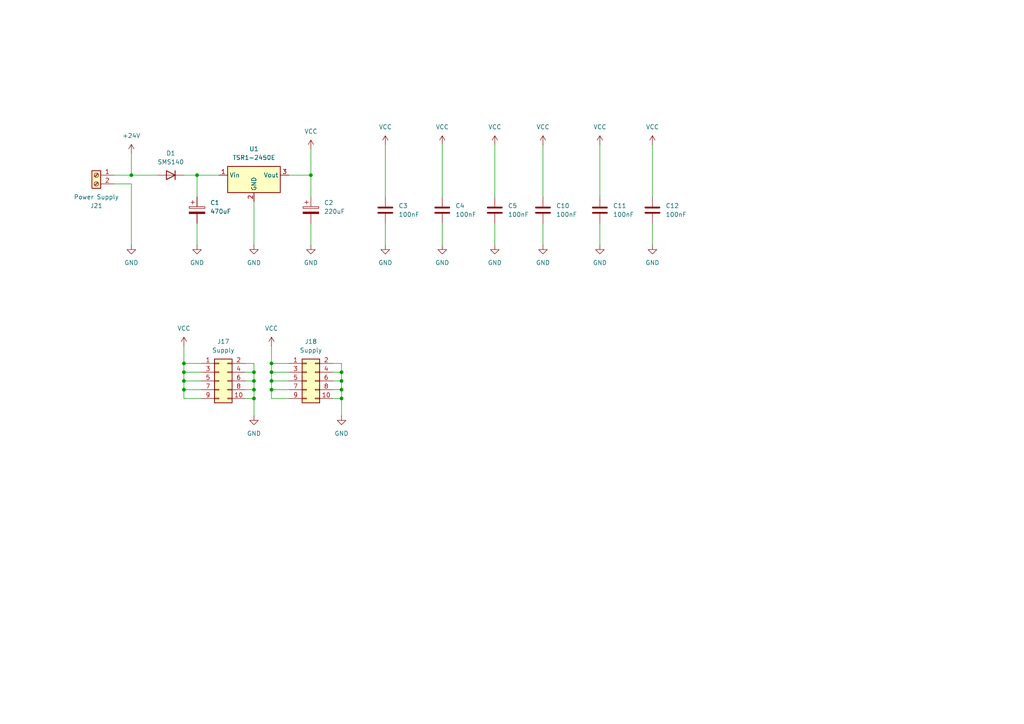
<source format=kicad_sch>
(kicad_sch (version 20231120) (generator "eeschema") (generator_version "8.0")
  (paper "A4")
  (lib_symbols
    (symbol "Connector:Screw_Terminal_01x02" (pin_names (offset 1.016) hide)
      (property "Reference" "J" (at 0 2.54 0))
      (property "Value" "Screw_Terminal_01x02" (at 0 -5.08 0))
      (symbol "Screw_Terminal_01x02_1_1"
        (rectangle (start -1.27 1.27) (end 1.27 -3.81) (stroke (width 0.254)) (fill (type background)))
        (circle (center 0 -2.54) (radius 0.635) (stroke (width 0.1524)))
        (polyline (pts (xy -0.5334 -2.2098) (xy 0.3302 -3.048)) (stroke (width 0.1524)))
        (polyline (pts (xy -0.5334 0.3302) (xy 0.3302 -0.508)) (stroke (width 0.1524)))
        (polyline (pts (xy -0.3556 -2.032) (xy 0.508 -2.8702)) (stroke (width 0.1524)))
        (polyline (pts (xy -0.3556 0.508) (xy 0.508 -0.3302)) (stroke (width 0.1524)))
        (circle (center 0 0) (radius 0.635) (stroke (width 0.1524)))
        (pin passive line (at -5.08 0 0) (length 3.81) (name "Pin_1") (number "1"))
        (pin passive line (at -5.08 -2.54 0) (length 3.81) (name "Pin_2") (number "2"))
      )
    )
    (symbol "Connector_Generic:Conn_02x05_Odd_Even" (pin_names (offset 1.016) hide)
      (property "Reference" "J" (at 1.27 7.62 0))
      (property "Value" "Conn_02x05_Odd_Even" (at 1.27 -7.62 0))
      (symbol "Conn_02x05_Odd_Even_1_1"
        (rectangle (start -1.27 -4.953) (end 0 -5.207) (stroke (width 0.1524)))
        (rectangle (start -1.27 -2.413) (end 0 -2.667) (stroke (width 0.1524)))
        (rectangle (start -1.27 0.127) (end 0 -0.127) (stroke (width 0.1524)))
        (rectangle (start -1.27 2.667) (end 0 2.413) (stroke (width 0.1524)))
        (rectangle (start -1.27 5.207) (end 0 4.953) (stroke (width 0.1524)))
        (rectangle (start -1.27 6.35) (end 3.81 -6.35) (stroke (width 0.254)) (fill (type background)))
        (rectangle (start 3.81 -4.953) (end 2.54 -5.207) (stroke (width 0.1524)))
        (rectangle (start 3.81 -2.413) (end 2.54 -2.667) (stroke (width 0.1524)))
        (rectangle (start 3.81 0.127) (end 2.54 -0.127) (stroke (width 0.1524)))
        (rectangle (start 3.81 2.667) (end 2.54 2.413) (stroke (width 0.1524)))
        (rectangle (start 3.81 5.207) (end 2.54 4.953) (stroke (width 0.1524)))
        (pin passive line (at -5.08 5.08 0) (length 3.81) (name "Pin_1") (number "1"))
        (pin passive line (at 7.62 -5.08 180) (length 3.81) (name "Pin_10") (number "10"))
        (pin passive line (at 7.62 5.08 180) (length 3.81) (name "Pin_2") (number "2"))
        (pin passive line (at -5.08 2.54 0) (length 3.81) (name "Pin_3") (number "3"))
        (pin passive line (at 7.62 2.54 180) (length 3.81) (name "Pin_4") (number "4"))
        (pin passive line (at -5.08 0 0) (length 3.81) (name "Pin_5") (number "5"))
        (pin passive line (at 7.62 0 180) (length 3.81) (name "Pin_6") (number "6"))
        (pin passive line (at -5.08 -2.54 0) (length 3.81) (name "Pin_7") (number "7"))
        (pin passive line (at 7.62 -2.54 180) (length 3.81) (name "Pin_8") (number "8"))
        (pin passive line (at -5.08 -5.08 0) (length 3.81) (name "Pin_9") (number "9"))
      )
    )
    (symbol "Device:C" (pin_numbers hide) (pin_names (offset 0.254))
      (property "Reference" "C" (at 0.635 2.54 0))
      (property "Value" "C" (at 0.635 -2.54 0))
      (symbol "C_0_1"
        (polyline (pts (xy -2.032 -0.762) (xy 2.032 -0.762)) (stroke (width 0.508)))
        (polyline (pts (xy -2.032 0.762) (xy 2.032 0.762)) (stroke (width 0.508)))
      )
      (symbol "C_1_1"
        (pin passive line (at 0 3.81 270) (length 2.794) (name "~") (number "1"))
        (pin passive line (at 0 -3.81 90) (length 2.794) (name "~") (number "2"))
      )
    )
    (symbol "Device:C_Polarized" (pin_numbers hide) (pin_names (offset 0.254))
      (property "Reference" "C" (at 0.635 2.54 0))
      (property "Value" "C_Polarized" (at 0.635 -2.54 0))
      (symbol "C_Polarized_0_1"
        (rectangle (start -2.286 0.508) (end 2.286 1.016))
        (polyline (pts (xy -1.778 2.286) (xy -0.762 2.286)))
        (polyline (pts (xy -1.27 2.794) (xy -1.27 1.778)))
        (rectangle (start 2.286 -0.508) (end -2.286 -1.016) (fill (type outline)))
      )
      (symbol "C_Polarized_1_1"
        (pin passive line (at 0 3.81 270) (length 2.794) (name "~") (number "1"))
        (pin passive line (at 0 -3.81 90) (length 2.794) (name "~") (number "2"))
      )
    )
    (symbol "Device:D" (pin_numbers hide) (pin_names (offset 1.016) hide)
      (property "Reference" "D" (at 0 2.54 0))
      (property "Value" "D" (at 0 -2.54 0))
      (symbol "D_0_1"
        (polyline (pts (xy -1.27 1.27) (xy -1.27 -1.27)) (stroke (width 0.254)))
        (polyline (pts (xy 1.27 0) (xy -1.27 0)))
        (polyline (pts (xy 1.27 1.27) (xy 1.27 -1.27) (xy -1.27 0) (xy 1.27 1.27)) (stroke (width 0.254)))
      )
      (symbol "D_1_1"
        (pin passive line (at -3.81 0 0) (length 2.54) (name "K") (number "1"))
        (pin passive line (at 3.81 0 180) (length 2.54) (name "A") (number "2"))
      )
    )
    (symbol "Regulator_Switching:TSR1-2450E"
      (property "Reference" "U" (at -7.62 6.35 0))
      (property "Value" "TSR1-2450E" (at -3.81 6.35 0))
      (symbol "TSR1-2450E_0_1"
        (rectangle (start -7.62 5.08) (end 7.62 -2.54) (stroke (width 0.254)) (fill (type background)))
      )
      (symbol "TSR1-2450E_1_1"
        (pin power_in line (at -10.16 2.54 0) (length 2.54) (name "Vin") (number "1"))
        (pin power_in line (at 0 -5.08 90) (length 2.54) (name "GND") (number "2"))
        (pin power_out line (at 10.16 2.54 180) (length 2.54) (name "Vout") (number "3"))
      )
    )
    (symbol "power:+24V" (power) (pin_numbers hide) (pin_names (offset 0) hide)
      (property "Value" "+24V" (at 0 3.556 0))
      (symbol "+24V_0_1"
        (polyline (pts (xy -0.762 1.27) (xy 0 2.54)))
        (polyline (pts (xy 0 0) (xy 0 2.54)))
        (polyline (pts (xy 0 2.54) (xy 0.762 1.27)))
      )
      (symbol "+24V_1_1"
        (pin power_in line (at 0 0 90) (length 0) (name "~") (number "1"))
      )
    )
    (symbol "power:GND" (power) (pin_numbers hide) (pin_names (offset 0) hide)
      (property "Value" "GND" (at 0 -3.81 0))
      (symbol "GND_0_1"
        (polyline (pts (xy 0 0) (xy 0 -1.27) (xy 1.27 -1.27) (xy 0 -2.54) (xy -1.27 -1.27) (xy 0 -1.27)))
      )
      (symbol "GND_1_1"
        (pin power_in line (at 0 0 270) (length 0) (name "~") (number "1"))
      )
    )
    (symbol "power:VCC" (power) (pin_numbers hide) (pin_names (offset 0) hide)
      (property "Value" "VCC" (at 0 3.556 0))
      (symbol "VCC_0_1"
        (polyline (pts (xy -0.762 1.27) (xy 0 2.54)))
        (polyline (pts (xy 0 0) (xy 0 2.54)))
        (polyline (pts (xy 0 2.54) (xy 0.762 1.27)))
      )
      (symbol "VCC_1_1"
        (pin power_in line (at 0 0 90) (length 0) (name "~") (number "1"))
      )
    )
  )
  (junction (at 53.34 110.49))
  (junction (at 99.06 113.03))
  (junction (at 73.66 110.49))
  (junction (at 78.74 113.03))
  (junction (at 73.66 113.03))
  (junction (at 78.74 107.95))
  (junction (at 73.66 107.95))
  (junction (at 99.06 110.49))
  (junction (at 78.74 105.41))
  (junction (at 57.15 50.8))
  (junction (at 53.34 105.41))
  (junction (at 38.1 50.8))
  (junction (at 99.06 115.57))
  (junction (at 78.74 110.49))
  (junction (at 53.34 107.95))
  (junction (at 90.17 50.8))
  (junction (at 99.06 107.95))
  (junction (at 53.34 113.03))
  (junction (at 73.66 115.57))
  (wire (pts (xy 53.34 105.41) (xy 53.34 100.33)))
  (wire (pts (xy 96.52 110.49) (xy 99.06 110.49)))
  (wire (pts (xy 73.66 105.41) (xy 71.12 105.41)))
  (wire (pts (xy 57.15 64.77) (xy 57.15 71.12)))
  (wire (pts (xy 53.34 110.49) (xy 58.42 110.49)))
  (wire (pts (xy 33.02 53.34) (xy 38.1 53.34)))
  (wire (pts (xy 33.02 50.8) (xy 38.1 50.8)))
  (wire (pts (xy 53.34 113.03) (xy 53.34 110.49)))
  (wire (pts (xy 38.1 44.45) (xy 38.1 50.8)))
  (wire (pts (xy 96.52 107.95) (xy 99.06 107.95)))
  (wire (pts (xy 73.66 107.95) (xy 73.66 105.41)))
  (wire (pts (xy 99.06 113.03) (xy 99.06 110.49)))
  (wire (pts (xy 78.74 113.03) (xy 78.74 110.49)))
  (wire (pts (xy 83.82 115.57) (xy 78.74 115.57)))
  (wire (pts (xy 111.76 64.77) (xy 111.76 71.12)))
  (wire (pts (xy 78.74 110.49) (xy 78.74 107.95)))
  (wire (pts (xy 83.82 50.8) (xy 90.17 50.8)))
  (wire (pts (xy 53.34 107.95) (xy 53.34 105.41)))
  (wire (pts (xy 78.74 105.41) (xy 78.74 100.33)))
  (wire (pts (xy 111.76 41.91) (xy 111.76 57.15)))
  (wire (pts (xy 90.17 50.8) (xy 90.17 57.15)))
  (wire (pts (xy 128.27 41.91) (xy 128.27 57.15)))
  (wire (pts (xy 99.06 115.57) (xy 99.06 113.03)))
  (wire (pts (xy 58.42 115.57) (xy 53.34 115.57)))
  (wire (pts (xy 78.74 107.95) (xy 78.74 105.41)))
  (wire (pts (xy 71.12 110.49) (xy 73.66 110.49)))
  (wire (pts (xy 96.52 115.57) (xy 99.06 115.57)))
  (wire (pts (xy 143.51 41.91) (xy 143.51 57.15)))
  (wire (pts (xy 73.66 110.49) (xy 73.66 107.95)))
  (wire (pts (xy 99.06 120.65) (xy 99.06 115.57)))
  (wire (pts (xy 53.34 105.41) (xy 58.42 105.41)))
  (wire (pts (xy 173.99 41.91) (xy 173.99 57.15)))
  (wire (pts (xy 189.23 41.91) (xy 189.23 57.15)))
  (wire (pts (xy 99.06 107.95) (xy 99.06 105.41)))
  (wire (pts (xy 53.34 113.03) (xy 58.42 113.03)))
  (wire (pts (xy 53.34 50.8) (xy 57.15 50.8)))
  (wire (pts (xy 57.15 50.8) (xy 57.15 57.15)))
  (wire (pts (xy 78.74 115.57) (xy 78.74 113.03)))
  (wire (pts (xy 99.06 105.41) (xy 96.52 105.41)))
  (wire (pts (xy 73.66 120.65) (xy 73.66 115.57)))
  (wire (pts (xy 73.66 115.57) (xy 73.66 113.03)))
  (wire (pts (xy 53.34 115.57) (xy 53.34 113.03)))
  (wire (pts (xy 128.27 64.77) (xy 128.27 71.12)))
  (wire (pts (xy 57.15 50.8) (xy 63.5 50.8)))
  (wire (pts (xy 173.99 64.77) (xy 173.99 71.12)))
  (wire (pts (xy 38.1 53.34) (xy 38.1 71.12)))
  (wire (pts (xy 71.12 113.03) (xy 73.66 113.03)))
  (wire (pts (xy 143.51 64.77) (xy 143.51 71.12)))
  (wire (pts (xy 53.34 107.95) (xy 58.42 107.95)))
  (wire (pts (xy 99.06 110.49) (xy 99.06 107.95)))
  (wire (pts (xy 78.74 110.49) (xy 83.82 110.49)))
  (wire (pts (xy 38.1 50.8) (xy 45.72 50.8)))
  (wire (pts (xy 90.17 64.77) (xy 90.17 71.12)))
  (wire (pts (xy 189.23 64.77) (xy 189.23 71.12)))
  (wire (pts (xy 157.48 41.91) (xy 157.48 57.15)))
  (wire (pts (xy 73.66 113.03) (xy 73.66 110.49)))
  (wire (pts (xy 71.12 107.95) (xy 73.66 107.95)))
  (wire (pts (xy 53.34 110.49) (xy 53.34 107.95)))
  (wire (pts (xy 73.66 58.42) (xy 73.66 71.12)))
  (wire (pts (xy 78.74 107.95) (xy 83.82 107.95)))
  (wire (pts (xy 71.12 115.57) (xy 73.66 115.57)))
  (wire (pts (xy 78.74 105.41) (xy 83.82 105.41)))
  (wire (pts (xy 78.74 113.03) (xy 83.82 113.03)))
  (wire (pts (xy 96.52 113.03) (xy 99.06 113.03)))
  (wire (pts (xy 157.48 64.77) (xy 157.48 71.12)))
  (wire (pts (xy 90.17 50.8) (xy 90.17 43.18)))
  (symbol (lib_id "power:VCC") (at 189.23 41.91 0) (unit 1)
    (property "Reference" "#PWR055" (effects (hide yes)))
    (property "Value" "VCC" (at 189.23 36.83 0))
    (property "Description" "Power symbol creates a global label with name \"VCC\"" (effects (hide yes)))
  )
  (symbol (lib_id "Connector_Generic:Conn_02x05_Odd_Even") (at 63.5 110.49 0) (unit 1)
    (property "Reference" "J17" (at 64.77 99.06 0))
    (property "Value" "Supply" (at 64.77 101.6 0))
    (property "Footprint" "Connector_PinHeader_2.54mm:PinHeader_2x05_P2.54mm_Vertical" (effects (hide yes)))
    (property "Description" "Generic connector, double row, 02x05, odd/even pin numbering scheme (row 1 odd numbers, row 2 even numbers), script generated (kicad-library-utils/schlib/autogen/connector/)" (effects (hide yes)))
  )
  (symbol (lib_id "Device:C") (at 173.99 60.96 0) (unit 1)
    (property "Reference" "C11" (at 177.8 59.6899 0) (effects (justify left)))
    (property "Value" "100nF" (at 177.8 62.2299 0) (effects (justify left)))
    (property "Footprint" "Capacitor_SMD:C_0805_2012Metric_Pad1.18x1.45mm_HandSolder" (effects (hide yes)))
    (property "Description" "Unpolarized capacitor" (effects (hide yes)))
  )
  (symbol (lib_id "power:GND") (at 189.23 71.12 0) (unit 1)
    (property "Reference" "#PWR056" (effects (hide yes)))
    (property "Value" "GND" (at 189.23 76.2 0))
    (property "Description" "Power symbol creates a global label with name \"GND\" , ground" (effects (hide yes)))
  )
  (symbol (lib_id "power:VCC") (at 143.51 41.91 0) (unit 1)
    (property "Reference" "#PWR08" (effects (hide yes)))
    (property "Value" "VCC" (at 143.51 36.83 0))
    (property "Description" "Power symbol creates a global label with name \"VCC\"" (effects (hide yes)))
  )
  (symbol (lib_id "power:VCC") (at 173.99 41.91 0) (unit 1)
    (property "Reference" "#PWR053" (effects (hide yes)))
    (property "Value" "VCC" (at 173.99 36.83 0))
    (property "Description" "Power symbol creates a global label with name \"VCC\"" (effects (hide yes)))
  )
  (symbol (lib_id "power:VCC") (at 128.27 41.91 0) (unit 1)
    (property "Reference" "#PWR07" (effects (hide yes)))
    (property "Value" "VCC" (at 128.27 36.83 0))
    (property "Description" "Power symbol creates a global label with name \"VCC\"" (effects (hide yes)))
  )
  (symbol (lib_id "power:VCC") (at 157.48 41.91 0) (unit 1)
    (property "Reference" "#PWR051" (effects (hide yes)))
    (property "Value" "VCC" (at 157.48 36.83 0))
    (property "Description" "Power symbol creates a global label with name \"VCC\"" (effects (hide yes)))
  )
  (symbol (lib_id "power:GND") (at 73.66 120.65 0) (unit 1)
    (property "Reference" "#PWR068" (effects (hide yes)))
    (property "Value" "GND" (at 73.66 125.73 0))
    (property "Description" "Power symbol creates a global label with name \"GND\" , ground" (effects (hide yes)))
  )
  (symbol (lib_id "Connector_Generic:Conn_02x05_Odd_Even") (at 88.9 110.49 0) (unit 1)
    (property "Reference" "J18" (at 90.17 99.06 0))
    (property "Value" "Supply" (at 90.17 101.6 0))
    (property "Footprint" "Connector_PinHeader_2.54mm:PinHeader_2x05_P2.54mm_Vertical" (effects (hide yes)))
    (property "Description" "Generic connector, double row, 02x05, odd/even pin numbering scheme (row 1 odd numbers, row 2 even numbers), script generated (kicad-library-utils/schlib/autogen/connector/)" (effects (hide yes)))
  )
  (symbol (lib_id "power:GND") (at 38.1 71.12 0) (unit 1)
    (property "Reference" "#PWR076" (effects (hide yes)))
    (property "Value" "GND" (at 38.1 76.2 0))
    (property "Description" "Power symbol creates a global label with name \"GND\" , ground" (effects (hide yes)))
  )
  (symbol (lib_id "Device:C_Polarized") (at 57.15 60.96 0) (unit 1)
    (property "Reference" "C1" (at 60.96 58.8009 0) (effects (justify left)))
    (property "Value" "470uF" (at 60.96 61.3409 0) (effects (justify left)))
    (property "Footprint" "Capacitor_THT:CP_Radial_D10.0mm_P5.00mm" (effects (hide yes)))
    (property "Description" "Polarized capacitor" (effects (hide yes)))
  )
  (symbol (lib_id "power:GND") (at 143.51 71.12 0) (unit 1)
    (property "Reference" "#PWR011" (effects (hide yes)))
    (property "Value" "GND" (at 143.51 76.2 0))
    (property "Description" "Power symbol creates a global label with name \"GND\" , ground" (effects (hide yes)))
  )
  (symbol (lib_id "power:VCC") (at 90.17 43.18 0) (unit 1)
    (property "Reference" "#PWR01" (effects (hide yes)))
    (property "Value" "VCC" (at 90.17 38.1 0))
    (property "Description" "Power symbol creates a global label with name \"VCC\"" (effects (hide yes)))
  )
  (symbol (lib_id "Device:C") (at 189.23 60.96 0) (unit 1)
    (property "Reference" "C12" (at 193.04 59.6899 0) (effects (justify left)))
    (property "Value" "100nF" (at 193.04 62.2299 0) (effects (justify left)))
    (property "Footprint" "Capacitor_SMD:C_0805_2012Metric_Pad1.18x1.45mm_HandSolder" (effects (hide yes)))
    (property "Description" "Unpolarized capacitor" (effects (hide yes)))
  )
  (symbol (lib_id "power:GND") (at 128.27 71.12 0) (unit 1)
    (property "Reference" "#PWR010" (effects (hide yes)))
    (property "Value" "GND" (at 128.27 76.2 0))
    (property "Description" "Power symbol creates a global label with name \"GND\" , ground" (effects (hide yes)))
  )
  (symbol (lib_id "power:GND") (at 111.76 71.12 0) (unit 1)
    (property "Reference" "#PWR09" (effects (hide yes)))
    (property "Value" "GND" (at 111.76 76.2 0))
    (property "Description" "Power symbol creates a global label with name \"GND\" , ground" (effects (hide yes)))
  )
  (symbol (lib_id "power:GND") (at 73.66 71.12 0) (unit 1)
    (property "Reference" "#PWR02" (effects (hide yes)))
    (property "Value" "GND" (at 73.66 76.2 0))
    (property "Description" "Power symbol creates a global label with name \"GND\" , ground" (effects (hide yes)))
  )
  (symbol (lib_id "power:VCC") (at 111.76 41.91 0) (unit 1)
    (property "Reference" "#PWR06" (effects (hide yes)))
    (property "Value" "VCC" (at 111.76 36.83 0))
    (property "Description" "Power symbol creates a global label with name \"VCC\"" (effects (hide yes)))
  )
  (symbol (lib_id "Connector:Screw_Terminal_01x02") (at 27.94 50.8 0) (mirror y) (unit 1)
    (property "Reference" "J21" (at 27.94 59.69 0))
    (property "Value" "Power Supply" (at 27.94 57.15 0))
    (property "Footprint" "TerminalBlock:TerminalBlock_bornier-2_P5.08mm" (effects (hide yes)))
    (property "Description" "Generic screw terminal, single row, 01x02, script generated (kicad-library-utils/schlib/autogen/connector/)" (effects (hide yes)))
  )
  (symbol (lib_id "power:GND") (at 99.06 120.65 0) (unit 1)
    (property "Reference" "#PWR071" (effects (hide yes)))
    (property "Value" "GND" (at 99.06 125.73 0))
    (property "Description" "Power symbol creates a global label with name \"GND\" , ground" (effects (hide yes)))
  )
  (symbol (lib_id "Device:C") (at 128.27 60.96 0) (unit 1)
    (property "Reference" "C4" (at 132.08 59.6899 0) (effects (justify left)))
    (property "Value" "100nF" (at 132.08 62.2299 0) (effects (justify left)))
    (property "Footprint" "Capacitor_SMD:C_0805_2012Metric_Pad1.18x1.45mm_HandSolder" (effects (hide yes)))
    (property "Description" "Unpolarized capacitor" (effects (hide yes)))
  )
  (symbol (lib_id "power:+24V") (at 38.1 44.45 0) (unit 1)
    (property "Reference" "#PWR03" (effects (hide yes)))
    (property "Value" "+24V" (at 38.1 39.37 0))
    (property "Description" "Power symbol creates a global label with name \"+24V\"" (effects (hide yes)))
  )
  (symbol (lib_id "Device:C") (at 111.76 60.96 0) (unit 1)
    (property "Reference" "C3" (at 115.57 59.6899 0) (effects (justify left)))
    (property "Value" "100nF" (at 115.57 62.2299 0) (effects (justify left)))
    (property "Footprint" "Capacitor_SMD:C_0805_2012Metric_Pad1.18x1.45mm_HandSolder" (effects (hide yes)))
    (property "Description" "Unpolarized capacitor" (effects (hide yes)))
  )
  (symbol (lib_id "power:GND") (at 157.48 71.12 0) (unit 1)
    (property "Reference" "#PWR052" (effects (hide yes)))
    (property "Value" "GND" (at 157.48 76.2 0))
    (property "Description" "Power symbol creates a global label with name \"GND\" , ground" (effects (hide yes)))
  )
  (symbol (lib_id "Regulator_Switching:TSR1-2450E") (at 73.66 53.34 0) (unit 1)
    (property "Reference" "U1" (at 73.66 43.18 0))
    (property "Value" "TSR1-2450E" (at 73.66 45.72 0))
    (property "Footprint" "Converter_DCDC:Converter_DCDC_TRACO_TSR1-xxxxE_THT" (effects (hide yes)))
    (property "Datasheet" "https://www.tracopower.com/products/tsr1e.pdf" (effects (hide yes)))
    (property "Description" "1A step-down regulator, fixed 5V output voltage, 7-36V input voltage, TO-220 compatible LM78xx replacement" (effects (hide yes)))
  )
  (symbol (lib_id "Device:D") (at 49.53 50.8 180) (unit 1)
    (property "Reference" "D1" (at 49.53 44.45 0))
    (property "Value" "SMS140" (at 49.53 46.99 0))
    (property "Footprint" "Diode_SMD:D_SMB_Handsoldering" (effects (hide yes)))
    (property "Description" "Diode" (effects (hide yes)))
    (property "Sim.Device" "D" (effects (hide yes)))
    (property "Sim.Pins" "1=K 2=A" (effects (hide yes)))
  )
  (symbol (lib_id "Device:C") (at 157.48 60.96 0) (unit 1)
    (property "Reference" "C10" (at 161.29 59.6899 0) (effects (justify left)))
    (property "Value" "100nF" (at 161.29 62.2299 0) (effects (justify left)))
    (property "Footprint" "Capacitor_SMD:C_0805_2012Metric_Pad1.18x1.45mm_HandSolder" (effects (hide yes)))
    (property "Description" "Unpolarized capacitor" (effects (hide yes)))
  )
  (symbol (lib_id "power:VCC") (at 53.34 100.33 0) (unit 1)
    (property "Reference" "#PWR069" (effects (hide yes)))
    (property "Value" "VCC" (at 53.34 95.25 0))
    (property "Description" "Power symbol creates a global label with name \"VCC\"" (effects (hide yes)))
  )
  (symbol (lib_id "power:GND") (at 90.17 71.12 0) (unit 1)
    (property "Reference" "#PWR05" (effects (hide yes)))
    (property "Value" "GND" (at 90.17 76.2 0))
    (property "Description" "Power symbol creates a global label with name \"GND\" , ground" (effects (hide yes)))
  )
  (symbol (lib_id "power:VCC") (at 78.74 100.33 0) (unit 1)
    (property "Reference" "#PWR070" (effects (hide yes)))
    (property "Value" "VCC" (at 78.74 95.25 0))
    (property "Description" "Power symbol creates a global label with name \"VCC\"" (effects (hide yes)))
  )
  (symbol (lib_id "power:GND") (at 173.99 71.12 0) (unit 1)
    (property "Reference" "#PWR054" (effects (hide yes)))
    (property "Value" "GND" (at 173.99 76.2 0))
    (property "Description" "Power symbol creates a global label with name \"GND\" , ground" (effects (hide yes)))
  )
  (symbol (lib_id "power:GND") (at 57.15 71.12 0) (unit 1)
    (property "Reference" "#PWR04" (effects (hide yes)))
    (property "Value" "GND" (at 57.15 76.2 0))
    (property "Description" "Power symbol creates a global label with name \"GND\" , ground" (effects (hide yes)))
  )
  (symbol (lib_id "Device:C_Polarized") (at 90.17 60.96 0) (unit 1)
    (property "Reference" "C2" (at 93.98 58.8009 0) (effects (justify left)))
    (property "Value" "220uF" (at 93.98 61.3409 0) (effects (justify left)))
    (property "Footprint" "Capacitor_THT:CP_Radial_D6.3mm_P2.50mm" (effects (hide yes)))
    (property "Description" "Polarized capacitor" (effects (hide yes)))
  )
  (symbol (lib_id "Device:C") (at 143.51 60.96 0) (unit 1)
    (property "Reference" "C5" (at 147.32 59.6899 0) (effects (justify left)))
    (property "Value" "100nF" (at 147.32 62.2299 0) (effects (justify left)))
    (property "Footprint" "Capacitor_SMD:C_0805_2012Metric_Pad1.18x1.45mm_HandSolder" (effects (hide yes)))
    (property "Description" "Unpolarized capacitor" (effects (hide yes)))
  )
)
</source>
